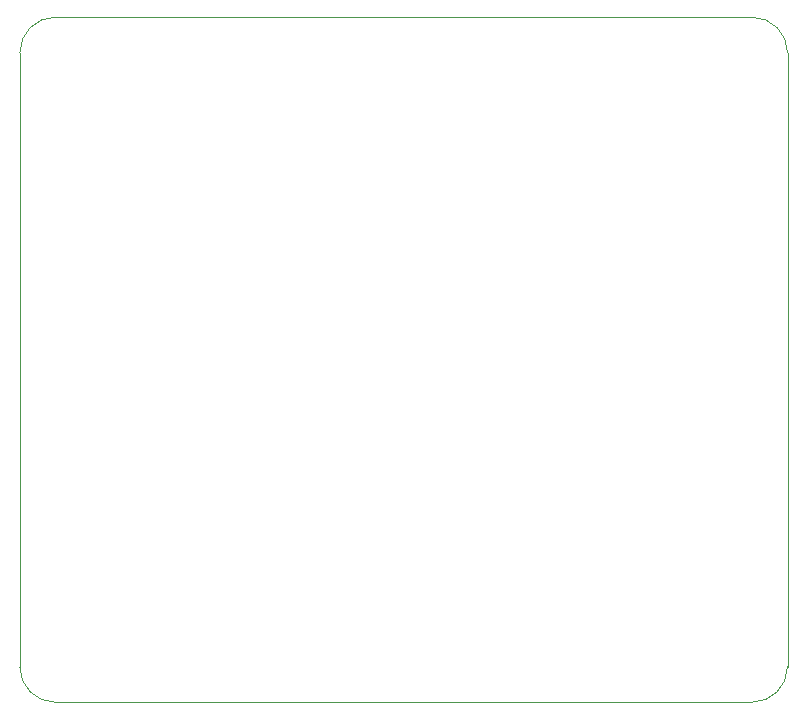
<source format=gbr>
%TF.GenerationSoftware,KiCad,Pcbnew,6.0.9-8da3e8f707~117~ubuntu20.04.1*%
%TF.CreationDate,2022-12-10T16:21:20-08:00*%
%TF.ProjectId,PI-Power-Board,50492d50-6f77-4657-922d-426f6172642e,rev?*%
%TF.SameCoordinates,Original*%
%TF.FileFunction,Profile,NP*%
%FSLAX46Y46*%
G04 Gerber Fmt 4.6, Leading zero omitted, Abs format (unit mm)*
G04 Created by KiCad (PCBNEW 6.0.9-8da3e8f707~117~ubuntu20.04.1) date 2022-12-10 16:21:20*
%MOMM*%
%LPD*%
G01*
G04 APERTURE LIST*
%TA.AperFunction,Profile*%
%ADD10C,0.100000*%
%TD*%
G04 APERTURE END LIST*
D10*
X60000000Y-72000000D02*
X60000000Y-124000000D01*
X125000000Y-72000000D02*
G75*
G03*
X122000000Y-69000000I-3000000J0D01*
G01*
X63000000Y-127000000D02*
X122000000Y-127000000D01*
X60000000Y-124000000D02*
G75*
G03*
X63000000Y-127000000I3000000J0D01*
G01*
X122000000Y-127000000D02*
G75*
G03*
X125000000Y-124000000I0J3000000D01*
G01*
X63000000Y-69000000D02*
G75*
G03*
X60000000Y-72000000I0J-3000000D01*
G01*
X125000000Y-124000000D02*
X125000000Y-72000000D01*
X122000000Y-69000000D02*
X63000000Y-69000000D01*
M02*

</source>
